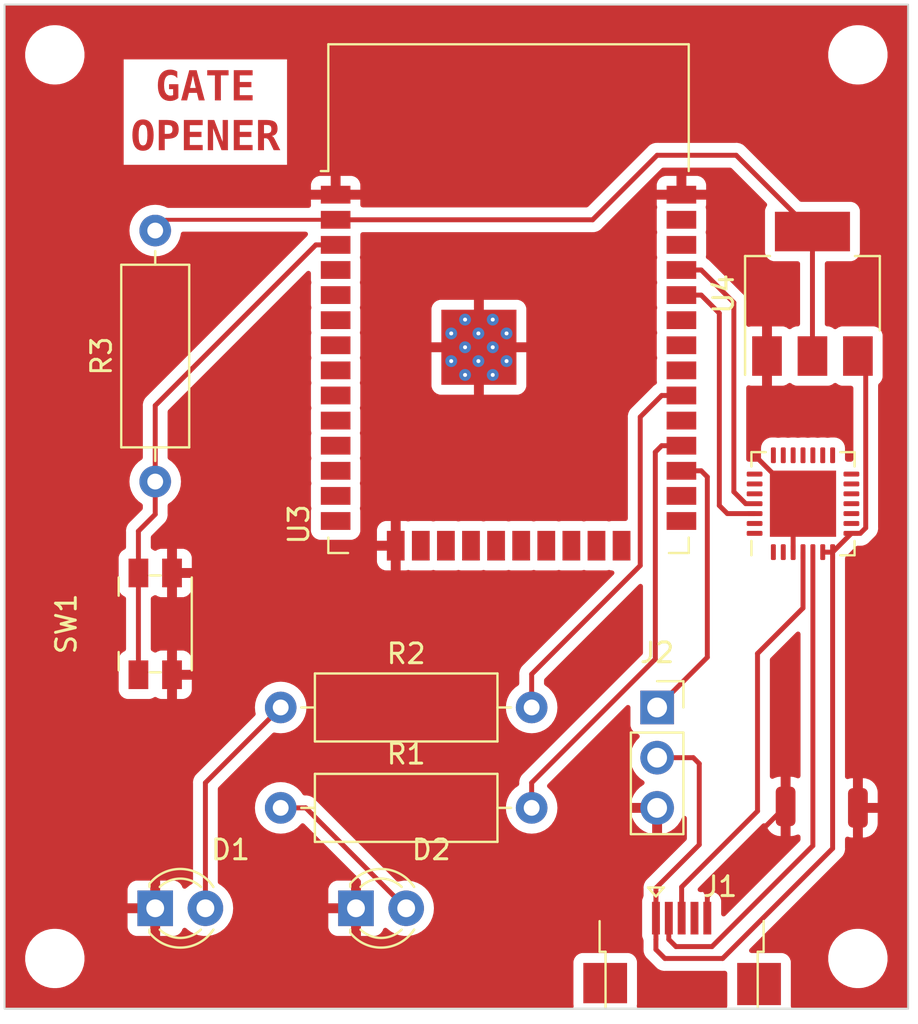
<source format=kicad_pcb>
(kicad_pcb (version 20221018) (generator pcbnew)
  (layers (0 "F.Cu" signal) (31 "B.Cu" signal) (34 "B.Paste" user) (35 "F.Paste" user) (36 "B.SilkS" user "B.Silkscreen") (37 "F.SilkS" user "F.Silkscreen") (38 "B.Mask" user) (39 "F.Mask" user) (44 "Edge.Cuts" user))
  (net 0 "")
  (net 21 "IO16")
  (net 22 "IO17")
  (net 25 "IO18")
  (net 26 "Net-(D1-A)")
  (net 27 "Net-(U3-EN)")
  (net 28 "Net-(D2-A)")
  (net 29 "ESP_TX")
  (net 30 "ESP_RX")
  (net 31 "5v")
  (net 32 "D-")
  (net 33 "D+")
  (net 34 "GND")
  (net 35 "3.3v")
  (footprint "LED_THT:LED_D3.0mm" (layer "F.Cu") (at 33.02 60.96)
    (fp_text reference "D2" (at 3.81 -2.96) (layer "F.SilkS"))
    (fp_text value "LED")
    (fp_line (start -0.29 -1.236) (end -0.29 -1.08) (stroke (width 0.12)) (layer "F.SilkS"))
    (fp_line (start -0.29 1.08) (end -0.29 1.236) (stroke (width 0.12)) (layer "F.SilkS"))
    (fp_arc (start -0.29 -1.235516) (mid 1.366487 -1.987659) (end 2.942335 -1.078608) (stroke (width 0.12)) (layer "F.SilkS"))
    (fp_arc (start 0.229039 -1.08) (mid 1.270117 -1.5) (end 2.31113 -1.079837) (stroke (width 0.12)) (layer "F.SilkS"))
    (fp_arc (start 2.31113 1.079837) (mid 1.270117 1.5) (end 0.229039 1.08) (stroke (width 0.12)) (layer "F.SilkS"))
    (fp_arc (start 2.942335 1.078608) (mid 1.366487 1.987659) (end -0.29 1.235516) (stroke (width 0.12)) (layer "F.SilkS"))
    (pad "1" thru_hole rect (at 0 0) (size 1.8 1.8) (drill 0.9) (layers "*.Cu" "*.Mask") (net 34 "GND"))
    (pad "2" thru_hole circle (at 2.54 0) (size 1.8 1.8) (drill 0.9) (layers "*.Cu" "*.Mask") (net 28 "Net-(D2-A)"))
  )
  (footprint "Connector_PinSocket_2.54mm:PinSocket_1x03_P2.54mm_Vertical" (layer "F.Cu") (at 48.26 50.8)
    (fp_text reference "J2" (at 0 -2.77) (layer "F.SilkS"))
    (fp_text value "Conn_01x03" hide)
    (fp_line (start -1.33 1.27) (end -1.33 6.41) (stroke (width 0.12)) (layer "F.SilkS"))
    (fp_line (start -1.33 1.27) (end 1.33 1.27) (stroke (width 0.12)) (layer "F.SilkS"))
    (fp_line (start -1.33 6.41) (end 1.33 6.41) (stroke (width 0.12)) (layer "F.SilkS"))
    (fp_line (start 0 -1.33) (end 1.33 -1.33) (stroke (width 0.12)) (layer "F.SilkS"))
    (fp_line (start 1.33 -1.33) (end 1.33 0) (stroke (width 0.12)) (layer "F.SilkS"))
    (fp_line (start 1.33 1.27) (end 1.33 6.41) (stroke (width 0.12)) (layer "F.SilkS"))
    (pad "1" thru_hole rect (at 0 0) (size 1.7 1.7) (drill 1) (layers "*.Cu" "*.Mask") (net 21 "IO16"))
    (pad "2" thru_hole oval (at 0 2.54) (size 1.7 1.7) (drill 1) (layers "*.Cu" "*.Mask") (net 31 "5v"))
    (pad "3" thru_hole oval (at 0 5.08) (size 1.7 1.7) (drill 1) (layers "*.Cu" "*.Mask") (net 34 "GND"))
  )
  (footprint "Connector_USB:USB_Micro-B_Amphenol_10103594-0001LF_Horizontal" (layer "F.Cu") (at 49.525 63.225)
    (fp_text reference "J1" (at 1.925 -3.365) (layer "F.SilkS"))
    (fp_text value "USB_B_Micro" hide)
    (fp_line (start -4.175 -0.065) (end -4.175 -1.615) (stroke (width 0.12)) (layer "F.SilkS"))
    (fp_line (start -4.175 -0.065) (end -3.875 -0.065) (stroke (width 0.12)) (layer "F.SilkS"))
    (fp_line (start -3.875 2.735) (end -3.875 -0.065) (stroke (width 0.12)) (layer "F.SilkS"))
    (fp_line (start -1.725 -3.315) (end -0.925 -3.315) (stroke (width 0.12)) (layer "F.SilkS"))
    (fp_line (start -1.325 -2.865) (end -1.725 -3.315) (stroke (width 0.12)) (layer "F.SilkS"))
    (fp_line (start -0.925 -3.315) (end -1.325 -2.865) (stroke (width 0.12)) (layer "F.SilkS"))
    (fp_line (start 3.825 -0.065) (end 4.125 -0.065) (stroke (width 0.12)) (layer "F.SilkS"))
    (fp_line (start 3.825 2.735) (end 3.825 -0.065) (stroke (width 0.12)) (layer "F.SilkS"))
    (fp_line (start 4.125 -0.065) (end 4.125 -1.615) (stroke (width 0.12)) (layer "F.SilkS"))
    (pad "1" smd rect (at -1.325 -1.765 90) (size 1.65 0.4) (layers "F.Cu" "F.Paste" "F.Mask") (net 31 "5v"))
    (pad "2" smd rect (at -0.675 -1.765 90) (size 1.65 0.4) (layers "F.Cu" "F.Paste" "F.Mask") (net 32 "D-"))
    (pad "3" smd rect (at -0.025 -1.765 90) (size 1.65 0.4) (layers "F.Cu" "F.Paste" "F.Mask") (net 33 "D+"))
    (pad "4" smd rect (at 0.625 -1.765 90) (size 1.65 0.4) (layers "F.Cu" "F.Paste" "F.Mask"))
    (pad "5" smd rect (at 1.275 -1.765 90) (size 1.65 0.4) (layers "F.Cu" "F.Paste" "F.Mask") (net 34 "GND"))
    (pad "6" smd rect (at -3.8925 1.52 90) (size 2.04 2.215) (layers "F.Cu" "F.Paste" "F.Mask"))
    (pad "6" smd rect (at 3.8925 1.5675 90) (size 2.135 2.215) (layers "F.Cu" "F.Paste" "F.Mask"))
  )
  (footprint "Resistor_THT:R_Axial_DIN0309_L9.0mm_D3.2mm_P12.70mm_Horizontal" (layer "F.Cu") (at 22.86 39.37 90)
    (fp_text reference "R3" (at 6.35 -2.72 90) (layer "F.SilkS"))
    (fp_text value "R")
    (fp_line (start 1.04 0) (end 1.73 0) (stroke (width 0.12)) (layer "F.SilkS"))
    (fp_line (start 1.73 -1.72) (end 1.73 1.72) (stroke (width 0.12)) (layer "F.SilkS"))
    (fp_line (start 1.73 1.72) (end 10.97 1.72) (stroke (width 0.12)) (layer "F.SilkS"))
    (fp_line (start 10.97 -1.72) (end 1.73 -1.72) (stroke (width 0.12)) (layer "F.SilkS"))
    (fp_line (start 10.97 1.72) (end 10.97 -1.72) (stroke (width 0.12)) (layer "F.SilkS"))
    (fp_line (start 11.66 0) (end 10.97 0) (stroke (width 0.12)) (layer "F.SilkS"))
    (pad "1" thru_hole circle (at 0 0 90) (size 1.6 1.6) (drill 0.8) (layers "*.Cu" "*.Mask") (net 27 "Net-(U3-EN)"))
    (pad "2" thru_hole oval (at 12.7 0 90) (size 1.6 1.6) (drill 0.8) (layers "*.Cu" "*.Mask") (net 35 "3.3v"))
  )
  (footprint "Resistor_THT:R_Axial_DIN0309_L9.0mm_D3.2mm_P12.70mm_Horizontal" (layer "F.Cu") (at 29.21 50.8)
    (fp_text reference "R2" (at 6.35 -2.72) (layer "F.SilkS"))
    (fp_text value "R")
    (fp_line (start 1.04 0) (end 1.73 0) (stroke (width 0.12)) (layer "F.SilkS"))
    (fp_line (start 1.73 -1.72) (end 1.73 1.72) (stroke (width 0.12)) (layer "F.SilkS"))
    (fp_line (start 1.73 1.72) (end 10.97 1.72) (stroke (width 0.12)) (layer "F.SilkS"))
    (fp_line (start 10.97 -1.72) (end 1.73 -1.72) (stroke (width 0.12)) (layer "F.SilkS"))
    (fp_line (start 10.97 1.72) (end 10.97 -1.72) (stroke (width 0.12)) (layer "F.SilkS"))
    (fp_line (start 11.66 0) (end 10.97 0) (stroke (width 0.12)) (layer "F.SilkS"))
    (pad "1" thru_hole circle (at 0 0) (size 1.6 1.6) (drill 0.8) (layers "*.Cu" "*.Mask") (net 26 "Net-(D1-A)"))
    (pad "2" thru_hole oval (at 12.7 0) (size 1.6 1.6) (drill 0.8) (layers "*.Cu" "*.Mask") (net 25 "IO18"))
  )
  (footprint "MountingHole:MountingHole_2.5mm" (layer "F.Cu") (at 58.42 17.78)
    (fp_text reference "REF**" hide)
    (fp_text value "MountingHole_2.5mm" hide)
    (pad "" np_thru_hole circle (at 0 0) (size 2.5 2.5) (drill 2.5) (layers "F&B.Cu" "*.Mask"))
  )
  (footprint "Button_Switch_SMD:Panasonic_EVQPUK_EVQPUB" (layer "F.Cu") (at 22.86 46.57 90)
    (fp_text reference "SW1" (at 0 -4.5 90) (layer "F.SilkS"))
    (fp_text value "SW_Push")
    (fp_line (start -2.45 0.275) (end -2.45 -0.275) (stroke (width 0.12)) (layer "F.SilkS"))
    (fp_line (start -1.425 -1.85) (end -2.35 -1.85) (stroke (width 0.12)) (layer "F.SilkS"))
    (fp_line (start 2.35 -1.85) (end 1.425 -1.85) (stroke (width 0.12)) (layer "F.SilkS"))
    (fp_line (start 2.35 1.85) (end -2.35 1.85) (stroke (width 0.12)) (layer "F.SilkS"))
    (fp_line (start 2.45 0.275) (end 2.45 -0.275) (stroke (width 0.12)) (layer "F.SilkS"))
    (pad "1" smd rect (at -2.575 -0.85 270) (size 1.45 1) (layers "F.Cu" "F.Paste" "F.Mask") (net 27 "Net-(U3-EN)"))
    (pad "1" smd rect (at 2.575 -0.85 270) (size 1.45 1) (layers "F.Cu" "F.Paste" "F.Mask") (net 27 "Net-(U3-EN)"))
    (pad "2" smd rect (at -2.575 0.85 270) (size 1.45 1) (layers "F.Cu" "F.Paste" "F.Mask") (net 34 "GND"))
    (pad "2" smd rect (at 2.575 0.85 270) (size 1.45 1) (layers "F.Cu" "F.Paste" "F.Mask") (net 34 "GND"))
  )
  (footprint "Connector_Wire:SolderWirePad_1x01_SMD_1x2mm" (layer "F.Cu") (at 58.42 55.88 180)
    (fp_text reference "REF**" hide)
    (fp_text value "SolderWirePad_1x01_SMD_1x2mm" hide)
    (pad "1" smd roundrect (at 0 0 180) (size 1 2) (layers "F.Cu" "F.Paste" "F.Mask") (net 34 "GND"))
  )
  (footprint "RF_Module:ESP32-WROOM-32D" (layer "F.Cu") (at 40.74 33.105)
    (fp_text reference "U3" (at -10.61 8.43 90) (layer "F.SilkS"))
    (fp_text value "ESP32-WROOM-32D")
    (fp_line (start -9.12 -15.86) (end -9.12 -9.445) (stroke (width 0.12)) (layer "F.SilkS"))
    (fp_line (start -9.12 -15.86) (end 9.12 -15.86) (stroke (width 0.12)) (layer "F.SilkS"))
    (fp_line (start -9.12 -9.445) (end -9.5 -9.445) (stroke (width 0.12)) (layer "F.SilkS"))
    (fp_line (start -9.12 9.1) (end -9.12 9.88) (stroke (width 0.12)) (layer "F.SilkS"))
    (fp_line (start -9.12 9.88) (end -8.12 9.88) (stroke (width 0.12)) (layer "F.SilkS"))
    (fp_line (start 9.12 -15.86) (end 9.12 -9.445) (stroke (width 0.12)) (layer "F.SilkS"))
    (fp_line (start 9.12 9.1) (end 9.12 9.88) (stroke (width 0.12)) (layer "F.SilkS"))
    (fp_line (start 9.12 9.88) (end 8.12 9.88) (stroke (width 0.12)) (layer "F.SilkS"))
    (pad "1" smd rect (at -8.75 -8.25) (size 1.5 0.9) (layers "F.Cu" "F.Paste" "F.Mask") (net 34 "GND"))
    (pad "2" smd rect (at -8.75 -6.98) (size 1.5 0.9) (layers "F.Cu" "F.Paste" "F.Mask") (net 35 "3.3v"))
    (pad "3" smd rect (at -8.75 -5.71) (size 1.5 0.9) (layers "F.Cu" "F.Paste" "F.Mask") (net 27 "Net-(U3-EN)"))
    (pad "4" smd rect (at -8.75 -4.44) (size 1.5 0.9) (layers "F.Cu" "F.Paste" "F.Mask"))
    (pad "5" smd rect (at -8.75 -3.17) (size 1.5 0.9) (layers "F.Cu" "F.Paste" "F.Mask"))
    (pad "6" smd rect (at -8.75 -1.9) (size 1.5 0.9) (layers "F.Cu" "F.Paste" "F.Mask"))
    (pad "7" smd rect (at -8.75 -0.63) (size 1.5 0.9) (layers "F.Cu" "F.Paste" "F.Mask"))
    (pad "8" smd rect (at -8.75 0.64) (size 1.5 0.9) (layers "F.Cu" "F.Paste" "F.Mask"))
    (pad "9" smd rect (at -8.75 1.91) (size 1.5 0.9) (layers "F.Cu" "F.Paste" "F.Mask"))
    (pad "10" smd rect (at -8.75 3.18) (size 1.5 0.9) (layers "F.Cu" "F.Paste" "F.Mask"))
    (pad "11" smd rect (at -8.75 4.45) (size 1.5 0.9) (layers "F.Cu" "F.Paste" "F.Mask"))
    (pad "12" smd rect (at -8.75 5.72) (size 1.5 0.9) (layers "F.Cu" "F.Paste" "F.Mask"))
    (pad "13" smd rect (at -8.75 6.99) (size 1.5 0.9) (layers "F.Cu" "F.Paste" "F.Mask"))
    (pad "14" smd rect (at -8.75 8.26) (size 1.5 0.9) (layers "F.Cu" "F.Paste" "F.Mask"))
    (pad "15" smd rect (at -5.71 9.51 90) (size 1.5 0.9) (layers "F.Cu" "F.Paste" "F.Mask") (net 34 "GND"))
    (pad "16" smd rect (at -4.44 9.51 90) (size 1.5 0.9) (layers "F.Cu" "F.Paste" "F.Mask"))
    (pad "17" smd rect (at -3.17 9.51 90) (size 1.5 0.9) (layers "F.Cu" "F.Paste" "F.Mask"))
    (pad "18" smd rect (at -1.9 9.51 90) (size 1.5 0.9) (layers "F.Cu" "F.Paste" "F.Mask"))
    (pad "19" smd rect (at -0.63 9.51 90) (size 1.5 0.9) (layers "F.Cu" "F.Paste" "F.Mask"))
    (pad "20" smd rect (at 0.64 9.51 90) (size 1.5 0.9) (layers "F.Cu" "F.Paste" "F.Mask"))
    (pad "21" smd rect (at 1.91 9.51 90) (size 1.5 0.9) (layers "F.Cu" "F.Paste" "F.Mask"))
    (pad "22" smd rect (at 3.18 9.51 90) (size 1.5 0.9) (layers "F.Cu" "F.Paste" "F.Mask"))
    (pad "23" smd rect (at 4.45 9.51 90) (size 1.5 0.9) (layers "F.Cu" "F.Paste" "F.Mask"))
    (pad "24" smd rect (at 5.72 9.51 90) (size 1.5 0.9) (layers "F.Cu" "F.Paste" "F.Mask"))
    (pad "25" smd rect (at 8.75 8.26) (size 1.5 0.9) (layers "F.Cu" "F.Paste" "F.Mask"))
    (pad "26" smd rect (at 8.75 6.99) (size 1.5 0.9) (layers "F.Cu" "F.Paste" "F.Mask"))
    (pad "27" smd rect (at 8.75 5.72) (size 1.5 0.9) (layers "F.Cu" "F.Paste" "F.Mask") (net 21 "IO16"))
    (pad "28" smd rect (at 8.75 4.45) (size 1.5 0.9) (layers "F.Cu" "F.Paste" "F.Mask") (net 22 "IO17"))
    (pad "29" smd rect (at 8.75 3.18) (size 1.5 0.9) (layers "F.Cu" "F.Paste" "F.Mask"))
    (pad "30" smd rect (at 8.75 1.91) (size 1.5 0.9) (layers "F.Cu" "F.Paste" "F.Mask") (net 25 "IO18"))
    (pad "31" smd rect (at 8.75 0.64) (size 1.5 0.9) (layers "F.Cu" "F.Paste" "F.Mask"))
    (pad "32" smd rect (at 8.75 -0.63) (size 1.5 0.9) (layers "F.Cu" "F.Paste" "F.Mask"))
    (pad "33" smd rect (at 8.75 -1.9) (size 1.5 0.9) (layers "F.Cu" "F.Paste" "F.Mask"))
    (pad "34" smd rect (at 8.75 -3.17) (size 1.5 0.9) (layers "F.Cu" "F.Paste" "F.Mask") (net 30 "ESP_RX"))
    (pad "35" smd rect (at 8.75 -4.44) (size 1.5 0.9) (layers "F.Cu" "F.Paste" "F.Mask") (net 29 "ESP_TX"))
    (pad "36" smd rect (at 8.75 -5.71) (size 1.5 0.9) (layers "F.Cu" "F.Paste" "F.Mask"))
    (pad "37" smd rect (at 8.75 -6.98) (size 1.5 0.9) (layers "F.Cu" "F.Paste" "F.Mask"))
    (pad "38" smd rect (at 8.75 -8.25) (size 1.5 0.9) (layers "F.Cu" "F.Paste" "F.Mask") (net 34 "GND"))
    (pad "39" smd rect (at -2.9 -1.93) (size 0.9 0.9) (layers "F.Cu" "F.Paste") (net 34 "GND"))
    (pad "39" thru_hole circle (at -2.9 -1.23) (size 0.6 0.6) (drill 0.2) (property pad_prop_heatsink) (layers "*.Cu" "F.Mask") (net 34 "GND"))
    (pad "39" smd rect (at -2.9 -0.53) (size 0.9 0.9) (layers "F.Cu" "F.Paste") (net 34 "GND"))
    (pad "39" thru_hole circle (at -2.9 0.17) (size 0.6 0.6) (drill 0.2) (property pad_prop_heatsink) (layers "*.Cu" "F.Mask") (net 34 "GND"))
    (pad "39" smd rect (at -2.9 0.87) (size 0.9 0.9) (layers "F.Cu" "F.Paste") (net 34 "GND"))
    (pad "39" thru_hole circle (at -2.2 -1.93) (size 0.6 0.6) (drill 0.2) (property pad_prop_heatsink) (layers "*.Cu" "F.Mask") (net 34 "GND"))
    (pad "39" thru_hole circle (at -2.2 -0.53) (size 0.6 0.6) (drill 0.2) (property pad_prop_heatsink) (layers "*.Cu" "F.Mask") (net 34 "GND"))
    (pad "39" thru_hole circle (at -2.2 0.87) (size 0.6 0.6) (drill 0.2) (property pad_prop_heatsink) (layers "*.Cu" "F.Mask") (net 34 "GND"))
    (pad "39" thru_hole circle (at -1.525 -1.23) (size 0.6 0.6) (drill 0.2) (property pad_prop_heatsink) (layers "*.Cu" "F.Mask") (net 34 "GND"))
    (pad "39" thru_hole circle (at -1.525 0.17) (size 0.6 0.6) (drill 0.2) (property pad_prop_heatsink) (layers "*.Cu" "F.Mask") (net 34 "GND"))
    (pad "39" smd rect (at -1.5 -1.93) (size 0.9 0.9) (layers "F.Cu" "F.Paste") (net 34 "GND"))
    (pad "39" smd rect (at -1.5 -0.53) (size 0.9 0.9) (layers "F.Cu" "F.Paste") (net 34 "GND"))
    (pad "39" smd rect (at -1.5 -0.53) (size 3.8 3.8) (layers "F.Cu" "F.Mask") (net 34 "GND"))
    (pad "39" smd rect (at -1.5 0.87) (size 0.9 0.9) (layers "F.Cu" "F.Paste") (net 34 "GND"))
    (pad "39" thru_hole circle (at -0.8 -1.93) (size 0.6 0.6) (drill 0.2) (property pad_prop_heatsink) (layers "*.Cu" "F.Mask") (net 34 "GND"))
    (pad "39" thru_hole circle (at -0.8 -0.53) (size 0.6 0.6) (drill 0.2) (property pad_prop_heatsink) (layers "*.Cu" "F.Mask") (net 34 "GND"))
    (pad "39" thru_hole circle (at -0.8 0.87) (size 0.6 0.6) (drill 0.2) (property pad_prop_heatsink) (layers "*.Cu" "F.Mask") (net 34 "GND"))
    (pad "39" smd rect (at -0.1 -1.93) (size 0.9 0.9) (layers "F.Cu" "F.Paste") (net 34 "GND"))
    (pad "39" thru_hole circle (at -0.1 -1.23) (size 0.6 0.6) (drill 0.2) (property pad_prop_heatsink) (layers "*.Cu" "F.Mask") (net 34 "GND"))
    (pad "39" smd rect (at -0.1 -0.53) (size 0.9 0.9) (layers "F.Cu" "F.Paste") (net 34 "GND"))
    (pad "39" thru_hole circle (at -0.1 0.17) (size 0.6 0.6) (drill 0.2) (property pad_prop_heatsink) (layers "*.Cu" "F.Mask") (net 34 "GND"))
    (pad "39" smd rect (at -0.1 0.87) (size 0.9 0.9) (layers "F.Cu" "F.Paste") (net 34 "GND"))
  )
  (footprint "Package_TO_SOT_SMD:SOT-223-3_TabPin2" (layer "F.Cu") (at 56.12 29.87 90)
    (fp_text reference "U4" (at 0 -4.5 90) (layer "F.SilkS"))
    (fp_text value "AMS1117-3.3")
    (fp_line (start -4.1 -3.41) (end 1.91 -3.41) (stroke (width 0.12)) (layer "F.SilkS"))
    (fp_line (start -1.85 3.41) (end 1.91 3.41) (stroke (width 0.12)) (layer "F.SilkS"))
    (fp_line (start 1.91 -3.41) (end 1.91 -2.15) (stroke (width 0.12)) (layer "F.SilkS"))
    (fp_line (start 1.91 3.41) (end 1.91 2.15) (stroke (width 0.12)) (layer "F.SilkS"))
    (pad "1" smd rect (at -3.15 -2.3 90) (size 2 1.5) (layers "F.Cu" "F.Paste" "F.Mask") (net 34 "GND"))
    (pad "2" smd rect (at -3.15 0 90) (size 2 1.5) (layers "F.Cu" "F.Paste" "F.Mask") (net 35 "3.3v"))
    (pad "2" smd rect (at 3.15 0 90) (size 2 3.8) (layers "F.Cu" "F.Paste" "F.Mask") (net 35 "3.3v"))
    (pad "3" smd rect (at -3.15 2.3 90) (size 2 1.5) (layers "F.Cu" "F.Paste" "F.Mask") (net 31 "5v"))
  )
  (footprint "Resistor_THT:R_Axial_DIN0309_L9.0mm_D3.2mm_P12.70mm_Horizontal" (layer "F.Cu") (at 29.21 55.88)
    (fp_text reference "R1" (at 6.35 -2.72) (layer "F.SilkS"))
    (fp_text value "R")
    (fp_line (start 1.04 0) (end 1.73 0) (stroke (width 0.12)) (layer "F.SilkS"))
    (fp_line (start 1.73 -1.72) (end 1.73 1.72) (stroke (width 0.12)) (layer "F.SilkS"))
    (fp_line (start 1.73 1.72) (end 10.97 1.72) (stroke (width 0.12)) (layer "F.SilkS"))
    (fp_line (start 10.97 -1.72) (end 1.73 -1.72) (stroke (width 0.12)) (layer "F.SilkS"))
    (fp_line (start 10.97 1.72) (end 10.97 -1.72) (stroke (width 0.12)) (layer "F.SilkS"))
    (fp_line (start 11.66 0) (end 10.97 0) (stroke (width 0.12)) (layer "F.SilkS"))
    (pad "1" thru_hole circle (at 0 0) (size 1.6 1.6) (drill 0.8) (layers "*.Cu" "*.Mask") (net 28 "Net-(D2-A)"))
    (pad "2" thru_hole oval (at 12.7 0) (size 1.6 1.6) (drill 0.8) (layers "*.Cu" "*.Mask") (net 22 "IO17"))
  )
  (footprint "MountingHole:MountingHole_2.5mm" (layer "F.Cu") (at 58.42 63.5)
    (fp_text reference "REF**" hide)
    (fp_text value "MountingHole_2.5mm" hide)
    (pad "" np_thru_hole circle (at 0 0) (size 2.5 2.5) (drill 2.5) (layers "F&B.Cu" "*.Mask"))
  )
  (footprint "MountingHole:MountingHole_2.5mm" (layer "F.Cu") (at 17.78 17.78)
    (fp_text reference "REF**" hide)
    (fp_text value "MountingHole_2.5mm" hide)
    (pad "" np_thru_hole circle (at 0 0) (size 2.5 2.5) (drill 2.5) (layers "*.Cu" "*.Mask"))
  )
  (footprint "Package_DFN_QFN:QFN-28-1EP_5x5mm_P0.5mm_EP3.35x3.35mm" (layer "F.Cu") (at 55.641971 40.490816 90)
    (fp_text reference "U2" hide)
    (fp_text value "CP2102N-Axx-xQFN28" hide)
    (fp_line (start -2.61 2.61) (end -2.61 1.885) (stroke (width 0.12)) (layer "F.SilkS"))
    (fp_line (start -1.885 -2.61) (end -2.61 -2.61) (stroke (width 0.12)) (layer "F.SilkS"))
    (fp_line (start -1.885 2.61) (end -2.61 2.61) (stroke (width 0.12)) (layer "F.SilkS"))
    (fp_line (start 1.885 -2.61) (end 2.61 -2.61) (stroke (width 0.12)) (layer "F.SilkS"))
    (fp_line (start 1.885 2.61) (end 2.61 2.61) (stroke (width 0.12)) (layer "F.SilkS"))
    (fp_line (start 2.61 -2.61) (end 2.61 -1.885) (stroke (width 0.12)) (layer "F.SilkS"))
    (fp_line (start 2.61 2.61) (end 2.61 1.885) (stroke (width 0.12)) (layer "F.SilkS"))
    (pad "1" smd roundrect (at -2.45 -1.5 90) (size 0.8 0.25) (layers "F.Cu" "F.Paste" "F.Mask"))
    (pad "2" smd roundrect (at -2.45 -1 90) (size 0.8 0.25) (layers "F.Cu" "F.Paste" "F.Mask"))
    (pad "3" smd roundrect (at -2.45 -0.5 90) (size 0.8 0.25) (layers "F.Cu" "F.Paste" "F.Mask") (net 34 "GND"))
    (pad "4" smd roundrect (at -2.45 0 90) (size 0.8 0.25) (layers "F.Cu" "F.Paste" "F.Mask") (net 33 "D+"))
    (pad "5" smd roundrect (at -2.45 0.5 90) (size 0.8 0.25) (layers "F.Cu" "F.Paste" "F.Mask") (net 32 "D-"))
    (pad "6" smd roundrect (at -2.45 1 90) (size 0.8 0.25) (layers "F.Cu" "F.Paste" "F.Mask") (net 31 "5v"))
    (pad "7" smd roundrect (at -2.45 1.5 90) (size 0.8 0.25) (layers "F.Cu" "F.Paste" "F.Mask") (net 31 "5v"))
    (pad "8" smd roundrect (at -1.5 2.45 90) (size 0.25 0.8) (layers "F.Cu" "F.Paste" "F.Mask") (net 31 "5v"))
    (pad "9" smd roundrect (at -1 2.45 90) (size 0.25 0.8) (layers "F.Cu" "F.Paste" "F.Mask"))
    (pad "10" smd roundrect (at -0.5 2.45 90) (size 0.25 0.8) (layers "F.Cu" "F.Paste" "F.Mask"))
    (pad "11" smd roundrect (at 0 2.45 90) (size 0.25 0.8) (layers "F.Cu" "F.Paste" "F.Mask"))
    (pad "12" smd roundrect (at 0.5 2.45 90) (size 0.25 0.8) (layers "F.Cu" "F.Paste" "F.Mask"))
    (pad "13" smd roundrect (at 1 2.45 90) (size 0.25 0.8) (layers "F.Cu" "F.Paste" "F.Mask"))
    (pad "14" smd roundrect (at 1.5 2.45 90) (size 0.25 0.8) (layers "F.Cu" "F.Paste" "F.Mask"))
    (pad "15" smd roundrect (at 2.45 1.5 90) (size 0.8 0.25) (layers "F.Cu" "F.Paste" "F.Mask"))
    (pad "16" smd roundrect (at 2.45 1 90) (size 0.8 0.25) (layers "F.Cu" "F.Paste" "F.Mask"))
    (pad "17" smd roundrect (at 2.45 0.5 90) (size 0.8 0.25) (layers "F.Cu" "F.Paste" "F.Mask"))
    (pad "18" smd roundrect (at 2.45 0 90) (size 0.8 0.25) (layers "F.Cu" "F.Paste" "F.Mask"))
    (pad "19" smd roundrect (at 2.45 -0.5 90) (size 0.8 0.25) (layers "F.Cu" "F.Paste" "F.Mask"))
    (pad "20" smd roundrect (at 2.45 -1 90) (size 0.8 0.25) (layers "F.Cu" "F.Paste" "F.Mask"))
    (pad "21" smd roundrect (at 2.45 -1.5 90) (size 0.8 0.25) (layers "F.Cu" "F.Paste" "F.Mask"))
    (pad "22" smd roundrect (at 1.5 -2.45 90) (size 0.25 0.8) (layers "F.Cu" "F.Paste" "F.Mask"))
    (pad "23" smd roundrect (at 1 -2.45 90) (size 0.25 0.8) (layers "F.Cu" "F.Paste" "F.Mask"))
    (pad "24" smd roundrect (at 0.5 -2.45 90) (size 0.25 0.8) (layers "F.Cu" "F.Paste" "F.Mask"))
    (pad "25" smd roundrect (at 0 -2.45 90) (size 0.25 0.8) (layers "F.Cu" "F.Paste" "F.Mask") (net 29 "ESP_TX"))
    (pad "26" smd roundrect (at -0.5 -2.45 90) (size 0.25 0.8) (layers "F.Cu" "F.Paste" "F.Mask") (net 30 "ESP_RX"))
    (pad "27" smd roundrect (at -1 -2.45 90) (size 0.25 0.8) (layers "F.Cu" "F.Paste" "F.Mask"))
    (pad "28" smd roundrect (at -1.5 -2.45 90) (size 0.25 0.8) (layers "F.Cu" "F.Paste" "F.Mask"))
    (pad "29" smd rect (at 0 0 90) (size 3.35 3.35) (layers "F.Cu" "F.Mask") (net 34 "GND"))
  )
  (footprint "MountingHole:MountingHole_2.5mm" (layer "F.Cu") (at 17.78 63.5)
    (fp_text reference "REF**" hide)
    (fp_text value "MountingHole_2.5mm" hide)
    (pad "" np_thru_hole circle (at 0 0) (size 2.5 2.5) (drill 2.5) (layers "F&B.Cu" "*.Mask"))
  )
  (footprint "LED_THT:LED_D3.0mm" (layer "F.Cu") (at 22.86 60.96)
    (fp_text reference "D1" (at 3.81 -2.96) (layer "F.SilkS"))
    (fp_text value "LED")
    (fp_line (start -0.29 -1.236) (end -0.29 -1.08) (stroke (width 0.12)) (layer "F.SilkS"))
    (fp_line (start -0.29 1.08) (end -0.29 1.236) (stroke (width 0.12)) (layer "F.SilkS"))
    (fp_arc (start -0.29 -1.235516) (mid 1.366487 -1.987659) (end 2.942335 -1.078608) (stroke (width 0.12)) (layer "F.SilkS"))
    (fp_arc (start 0.229039 -1.08) (mid 1.270117 -1.5) (end 2.31113 -1.079837) (stroke (width 0.12)) (layer "F.SilkS"))
    (fp_arc (start 2.31113 1.079837) (mid 1.270117 1.5) (end 0.229039 1.08) (stroke (width 0.12)) (layer "F.SilkS"))
    (fp_arc (start 2.942335 1.078608) (mid 1.366487 1.987659) (end -0.29 1.235516) (stroke (width 0.12)) (layer "F.SilkS"))
    (pad "1" thru_hole rect (at 0 0) (size 1.8 1.8) (drill 0.9) (layers "*.Cu" "*.Mask") (net 34 "GND"))
    (pad "2" thru_hole circle (at 2.54 0) (size 1.8 1.8) (drill 0.9) (layers "*.Cu" "*.Mask") (net 26 "Net-(D1-A)"))
  )
  (footprint "Connector_Wire:SolderWirePad_1x01_SMD_1x2mm" (layer "F.Cu") (at 54.761498 55.805749 180)
    (fp_text reference "REF**" hide)
    (fp_text value "SolderWirePad_1x01_SMD_1x2mm" hide)
    (pad "1" smd roundrect (at 0 0 180) (size 1 2) (layers "F.Cu" "F.Paste" "F.Mask") (net 34 "GND"))
  )
  (gr_rect (start 15.24 15.24) (end 60.96 66.04) (stroke (width 0.1)) (fill none) (layer "Edge.Cuts"))
  (gr_text "GATE\nOPENER" (at 25.4 22.86) (layer "F.Cu") (effects (font (size 1.5 1.5) (thickness 0.3) bold) (justify bottom)))
  (segment (start 50.8 48.26) (end 48.26 50.8) (width 0.25) (layer "F.Cu") (net 21))
  (segment (start 50.49 38.825) (end 50.8 39.135) (width 0.25) (layer "F.Cu") (net 21))
  (segment (start 50.8 39.135) (end 50.8 48.26) (width 0.25) (layer "F.Cu") (net 21))
  (segment (start 49.49 38.825) (end 50.49 38.825) (width 0.25) (layer "F.Cu") (net 21))
  (segment (start 48.49 37.555) (end 48.16815 37.87685) (width 0.25) (layer "F.Cu") (net 22))
  (segment (start 49.49 37.555) (end 48.49 37.555) (width 0.25) (layer "F.Cu") (net 22))
  (segment (start 48.16815 48.35185) (end 41.91 54.61) (width 0.25) (layer "F.Cu") (net 22))
  (segment (start 48.16815 37.87685) (end 48.16815 48.35185) (width 0.25) (layer "F.Cu") (net 22))
  (segment (start 41.91 54.61) (end 41.91 55.88) (width 0.25) (layer "F.Cu") (net 22))
  (segment (start 41.91 49.115908) (end 41.91 50.8) (width 0.25) (layer "F.Cu") (net 25))
  (segment (start 48.49 35.015) (end 47.404211 36.100789) (width 0.25) (layer "F.Cu") (net 25))
  (segment (start 49.49 35.015) (end 48.49 35.015) (width 0.25) (layer "F.Cu") (net 25))
  (segment (start 47.404211 36.100789) (end 47.404211 43.621697) (width 0.25) (layer "F.Cu") (net 25))
  (segment (start 47.404211 43.621697) (end 41.91 49.115908) (width 0.25) (layer "F.Cu") (net 25))
  (segment (start 25.4 54.61) (end 25.4 60.96) (width 0.25) (layer "F.Cu") (net 26))
  (segment (start 29.21 50.8) (end 25.4 54.61) (width 0.25) (layer "F.Cu") (net 26))
  (segment (start 22.01 43.995) (end 22.01 49.145) (width 0.25) (layer "F.Cu") (net 27))
  (segment (start 22.86 41.028673) (end 22.01 41.878673) (width 0.25) (layer "F.Cu") (net 27))
  (segment (start 22.86 39.37) (end 22.86 35.525) (width 0.25) (layer "F.Cu") (net 27))
  (segment (start 22.86 35.525) (end 30.99 27.395) (width 0.25) (layer "F.Cu") (net 27))
  (segment (start 30.99 27.395) (end 31.99 27.395) (width 0.25) (layer "F.Cu") (net 27))
  (segment (start 22.01 41.878673) (end 22.01 43.995) (width 0.25) (layer "F.Cu") (net 27))
  (segment (start 22.86 39.37) (end 22.86 41.028673) (width 0.25) (layer "F.Cu") (net 27))
  (segment (start 31.04 27.395) (end 31.99 27.395) (width 0.2) (layer "F.Cu") (net 27))
  (segment (start 35.56 60.96) (end 30.48 55.88) (width 0.25) (layer "F.Cu") (net 28))
  (segment (start 30.48 55.88) (end 29.21 55.88) (width 0.25) (layer "F.Cu") (net 28))
  (segment (start 52.143495 30.318495) (end 50.49 28.665) (width 0.25) (layer "F.Cu") (net 29))
  (segment (start 52.143495 39.890348) (end 52.143495 30.318495) (width 0.25) (layer "F.Cu") (net 29))
  (segment (start 53.191971 40.490816) (end 52.743963 40.490816) (width 0.25) (layer "F.Cu") (net 29))
  (segment (start 52.743963 40.490816) (end 52.143495 39.890348) (width 0.25) (layer "F.Cu") (net 29))
  (segment (start 50.49 28.665) (end 49.49 28.665) (width 0.25) (layer "F.Cu") (net 29))
  (segment (start 49.49 29.935) (end 50.49 29.935) (width 0.25) (layer "F.Cu") (net 30))
  (segment (start 51.813845 40.990816) (end 53.191971 40.990816) (width 0.25) (layer "F.Cu") (net 30))
  (segment (start 51.407333 40.584304) (end 51.813845 40.990816) (width 0.25) (layer "F.Cu") (net 30))
  (segment (start 51.407333 30.852333) (end 51.407333 40.584304) (width 0.25) (layer "F.Cu") (net 30))
  (segment (start 50.49 29.935) (end 51.407333 30.852333) (width 0.25) (layer "F.Cu") (net 30))
  (segment (start 51.574254 63.5) (end 57.141971 57.932283) (width 0.25) (layer "F.Cu") (net 31))
  (segment (start 57.141971 42.940816) (end 58.091971 41.990816) (width 0.25) (layer "F.Cu") (net 31))
  (segment (start 50.391523 53.641548) (end 50.391523 57.743477) (width 0.25) (layer "F.Cu") (net 31))
  (segment (start 58.816971 33.416971) (end 58.42 33.02) (width 0.25) (layer "F.Cu") (net 31))
  (segment (start 48.2 62.535) (end 48.198624 62.536376) (width 0.25) (layer "F.Cu") (net 31))
  (segment (start 50.089975 53.34) (end 50.391523 53.641548) (width 0.25) (layer "F.Cu") (net 31))
  (segment (start 58.091971 41.990816) (end 58.539979 41.990816) (width 0.25) (layer "F.Cu") (net 31))
  (segment (start 48.198624 62.536376) (end 48.198624 63.045824) (width 0.25) (layer "F.Cu") (net 31))
  (segment (start 48.2 61.46) (end 48.2 62.535) (width 0.25) (layer "F.Cu") (net 31))
  (segment (start 57.141971 42.940816) (end 56.641971 42.940816) (width 0.25) (layer "F.Cu") (net 31))
  (segment (start 58.539979 41.990816) (end 58.816971 41.713824) (width 0.25) (layer "F.Cu") (net 31))
  (segment (start 50.391523 57.743477) (end 48.2 59.935) (width 0.25) (layer "F.Cu") (net 31))
  (segment (start 58.816971 41.713824) (end 58.816971 33.416971) (width 0.25) (layer "F.Cu") (net 31))
  (segment (start 48.6528 63.5) (end 51.574254 63.5) (width 0.25) (layer "F.Cu") (net 31))
  (segment (start 48.26 53.34) (end 50.089975 53.34) (width 0.25) (layer "F.Cu") (net 31))
  (segment (start 48.198624 63.045824) (end 48.6528 63.5) (width 0.25) (layer "F.Cu") (net 31))
  (segment (start 48.2 59.935) (end 48.2 60.96) (width 0.25) (layer "F.Cu") (net 31))
  (segment (start 57.141971 57.932283) (end 57.141971 42.940816) (width 0.25) (layer "F.Cu") (net 31))
  (segment (start 56.141971 42.940816) (end 56.141971 57.793029) (width 0.25) (layer "F.Cu") (net 32))
  (segment (start 51.036476 62.898524) (end 49.213524 62.898524) (width 0.25) (layer "F.Cu") (net 32))
  (segment (start 48.85 62.535) (end 48.85 61.46) (width 0.25) (layer "F.Cu") (net 32))
  (segment (start 56.141971 57.793029) (end 51.036476 62.898524) (width 0.25) (layer "F.Cu") (net 32))
  (segment (start 48.85 61.985) (end 48.85 60.96) (width 0.25) (layer "F.Cu") (net 32))
  (segment (start 49.213524 62.898524) (end 48.85 62.535) (width 0.25) (layer "F.Cu") (net 32))
  (segment (start 49.5 59.885) (end 53.34 56.045) (width 0.25) (layer "F.Cu") (net 33))
  (segment (start 55.641971 45.77) (end 55.641971 42.940816) (width 0.25) (layer "F.Cu") (net 33))
  (segment (start 53.34 48.071971) (end 55.641971 45.77) (width 0.25) (layer "F.Cu") (net 33))
  (segment (start 49.5 60.96) (end 49.5 59.885) (width 0.25) (layer "F.Cu") (net 33))
  (segment (start 53.34 56.045) (end 53.34 48.071971) (width 0.25) (layer "F.Cu") (net 33))
  (segment (start 50.8 59.767247) (end 54.761498 55.805749) (width 0.25) (layer "F.Cu") (net 34))
  (segment (start 47.865 56.275) (end 48.26 55.88) (width 0.25) (layer "F.Cu") (net 34))
  (segment (start 55.641971 40.490816) (end 53.34 38.188845) (width 0.25) (layer "F.Cu") (net 34))
  (segment (start 55.141971 42.940816) (end 55.141971 40.990816) (width 0.25) (layer "F.Cu") (net 34))
  (segment (start 50.8 60.96) (end 50.8 59.767247) (width 0.25) (layer "F.Cu") (net 34))
  (segment (start 53.34 38.188845) (end 53.34 38.1) (width 0.25) (layer "F.Cu") (net 34))
  (segment (start 55.141971 40.990816) (end 55.641971 40.490816) (width 0.25) (layer "F.Cu") (net 34))
  (segment (start 44.995 26.125) (end 31.99 26.125) (width 0.25) (layer "F.Cu") (net 35))
  (segment (start 48.26 22.86) (end 44.995 26.125) (width 0.25) (layer "F.Cu") (net 35))
  (segment (start 23.405 26.125) (end 31.99 26.125) (width 0.2) (layer "F.Cu") (net 35))
  (segment (start 56.12 26.72) (end 52.26 22.86) (width 0.25) (layer "F.Cu") (net 35))
  (segment (start 52.26 22.86) (end 48.26 22.86) (width 0.25) (layer "F.Cu") (net 35))
  (segment (start 56.12 33.02) (end 56.12 26.72) (width 0.25) (layer "F.Cu") (net 35))
  (segment (start 22.86 26.67) (end 23.405 26.125) (width 0.2) (layer "F.Cu") (net 35))
  (zone (net 34) (net_name "GND") (layer "F.Cu") (connect_pads (clearance 0.5)) (min_thickness 0.25) (fill yes (thermal_gap 0.5) (thermal_bridge_width 0.5))
    (polygon (pts (xy 15.24 15.24) (xy 15.24 66.04) (xy 60.96 66.04) (xy 60.96 15.24)))
  )
)
</source>
